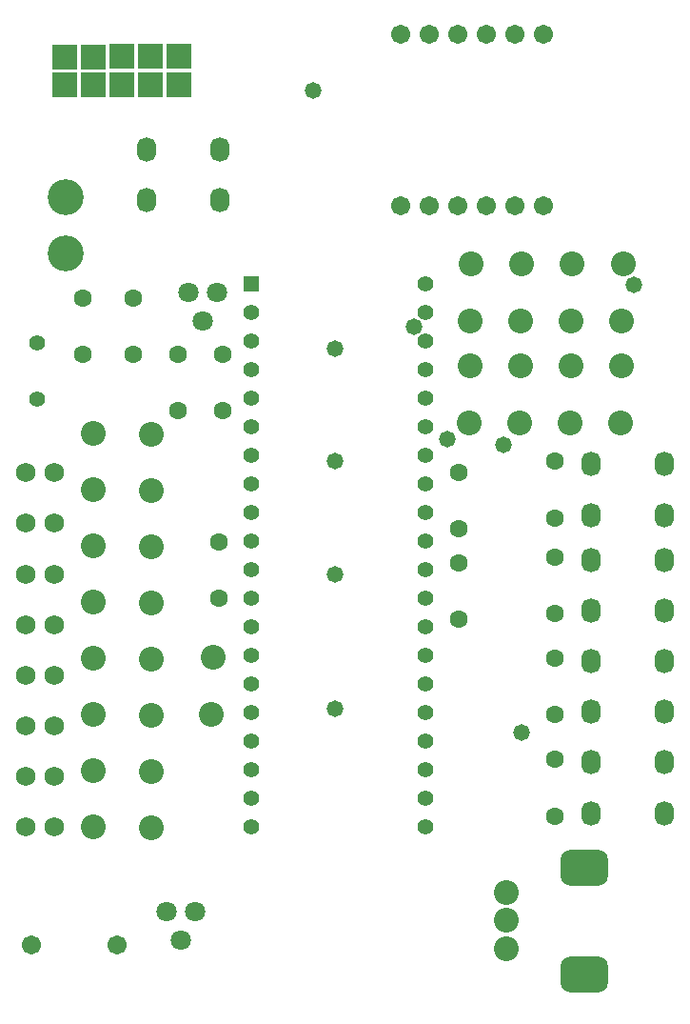
<source format=gbs>
G04*
G04 #@! TF.GenerationSoftware,Altium Limited,Altium Designer,19.1.6 (110)*
G04*
G04 Layer_Color=16711935*
%FSLAX44Y44*%
%MOMM*%
G71*
G01*
G75*
%ADD17C,1.8032*%
%ADD18C,1.4032*%
%ADD19R,1.4032X1.4032*%
%ADD20C,1.6032*%
%ADD21C,2.2032*%
%ADD22C,1.7272*%
G04:AMPARAMS|DCode=23|XSize=3.2032mm|YSize=4.2032mm|CornerRadius=0.8516mm|HoleSize=0mm|Usage=FLASHONLY|Rotation=90.000|XOffset=0mm|YOffset=0mm|HoleType=Round|Shape=RoundedRectangle|*
%AMROUNDEDRECTD23*
21,1,3.2032,2.5000,0,0,90.0*
21,1,1.5000,4.2032,0,0,90.0*
1,1,1.7032,1.2500,0.7500*
1,1,1.7032,1.2500,-0.7500*
1,1,1.7032,-1.2500,-0.7500*
1,1,1.7032,-1.2500,0.7500*
%
%ADD23ROUNDEDRECTD23*%
%ADD24C,1.7032*%
%ADD25C,3.2032*%
%ADD26R,2.2032X2.2032*%
%ADD27C,1.4732*%
%ADD41O,1.7032X2.2032*%
D17*
X432300Y994600D02*
D03*
X419600Y1020000D02*
D03*
X445000D02*
D03*
X425400Y470000D02*
D03*
X400000D02*
D03*
X412700Y444600D02*
D03*
D18*
X285000Y925200D02*
D03*
Y975000D02*
D03*
X630580Y1027800D02*
D03*
Y1002400D02*
D03*
Y977000D02*
D03*
Y951600D02*
D03*
Y926200D02*
D03*
Y900800D02*
D03*
Y875400D02*
D03*
Y850000D02*
D03*
Y824600D02*
D03*
Y799200D02*
D03*
Y773800D02*
D03*
Y748400D02*
D03*
Y723000D02*
D03*
Y697600D02*
D03*
Y672200D02*
D03*
Y646800D02*
D03*
Y621400D02*
D03*
Y596000D02*
D03*
Y570600D02*
D03*
Y545200D02*
D03*
X475000D02*
D03*
Y570600D02*
D03*
Y596000D02*
D03*
Y621400D02*
D03*
Y646800D02*
D03*
Y672200D02*
D03*
Y697600D02*
D03*
Y723000D02*
D03*
Y748400D02*
D03*
Y773800D02*
D03*
Y799200D02*
D03*
Y824600D02*
D03*
Y850000D02*
D03*
Y875400D02*
D03*
Y900800D02*
D03*
Y926200D02*
D03*
Y951600D02*
D03*
Y977000D02*
D03*
Y1002400D02*
D03*
D19*
Y1027800D02*
D03*
D20*
X745000Y695000D02*
D03*
Y645000D02*
D03*
X410000Y965000D02*
D03*
Y915001D02*
D03*
X450000Y965000D02*
D03*
Y915001D02*
D03*
X446270Y748730D02*
D03*
Y798730D02*
D03*
X745000Y555000D02*
D03*
Y605000D02*
D03*
X745000Y820000D02*
D03*
Y870000D02*
D03*
X745000Y735000D02*
D03*
Y785000D02*
D03*
X370000Y1015000D02*
D03*
Y965000D02*
D03*
X325000Y1015000D02*
D03*
Y965000D02*
D03*
X660000Y860000D02*
D03*
Y810000D02*
D03*
Y779622D02*
D03*
Y729622D02*
D03*
D21*
X804000Y904000D02*
D03*
X805000Y955000D02*
D03*
X759000Y904000D02*
D03*
X760000Y955000D02*
D03*
X714000Y904000D02*
D03*
X715000Y955000D02*
D03*
X669000Y904000D02*
D03*
X670000Y955000D02*
D03*
X335000Y545000D02*
D03*
X386000Y544000D02*
D03*
X441000Y696000D02*
D03*
X440000Y645000D02*
D03*
X806000Y1046000D02*
D03*
X805000Y995000D02*
D03*
X761000Y1046000D02*
D03*
X760000Y995000D02*
D03*
X386000Y594000D02*
D03*
X335000Y595000D02*
D03*
X386000Y644000D02*
D03*
X335000Y645000D02*
D03*
X386000Y694000D02*
D03*
X335000Y695000D02*
D03*
X386000Y744000D02*
D03*
X335000Y745000D02*
D03*
X386000Y794000D02*
D03*
X335000Y795000D02*
D03*
X386000Y844000D02*
D03*
X335000Y845000D02*
D03*
X386000Y894000D02*
D03*
X335000Y895000D02*
D03*
X716000Y1046000D02*
D03*
X715000Y995000D02*
D03*
X671000Y1046000D02*
D03*
X670000Y995000D02*
D03*
X702000Y462000D02*
D03*
Y487000D02*
D03*
Y437000D02*
D03*
D22*
X275000Y860000D02*
D03*
X300000D02*
D03*
X275000Y770000D02*
D03*
X300000D02*
D03*
X275000Y680000D02*
D03*
X300000D02*
D03*
X275000Y590000D02*
D03*
X300000D02*
D03*
X275000Y545000D02*
D03*
X300000D02*
D03*
X275000Y815000D02*
D03*
X300000D02*
D03*
X275000Y725000D02*
D03*
X300000D02*
D03*
X275000Y635000D02*
D03*
X300000D02*
D03*
D23*
X772000Y509000D02*
D03*
Y414000D02*
D03*
D24*
X280000Y440000D02*
D03*
X356000D02*
D03*
X608000Y1250000D02*
D03*
X633400D02*
D03*
X658800D02*
D03*
X684200D02*
D03*
X709600D02*
D03*
X735000D02*
D03*
Y1097600D02*
D03*
X709600D02*
D03*
X684200D02*
D03*
X658800D02*
D03*
X633400D02*
D03*
X608000D02*
D03*
D25*
X310000Y1055000D02*
D03*
Y1105000D02*
D03*
D26*
X309400Y1204600D02*
D03*
X334400D02*
D03*
X360000Y1205000D02*
D03*
X385400D02*
D03*
X410800D02*
D03*
X309400Y1229600D02*
D03*
X334400D02*
D03*
X360000Y1230000D02*
D03*
X385400D02*
D03*
X410800D02*
D03*
D27*
X650000Y890000D02*
D03*
X700000Y885000D02*
D03*
X620000Y990000D02*
D03*
X530000Y1200000D02*
D03*
X715821Y628988D02*
D03*
X550000Y650000D02*
D03*
Y770000D02*
D03*
Y870000D02*
D03*
Y970000D02*
D03*
X815340Y1026922D02*
D03*
D41*
X842500Y557500D02*
D03*
Y602500D02*
D03*
X777500Y557500D02*
D03*
Y602500D02*
D03*
X842500Y647500D02*
D03*
Y692500D02*
D03*
X777500Y647500D02*
D03*
Y692500D02*
D03*
X842500Y822500D02*
D03*
Y867500D02*
D03*
X777500Y822500D02*
D03*
Y867500D02*
D03*
X842500Y737500D02*
D03*
Y782500D02*
D03*
X777500Y737500D02*
D03*
Y782500D02*
D03*
X382500Y1147500D02*
D03*
Y1102500D02*
D03*
X447500Y1147500D02*
D03*
Y1102500D02*
D03*
M02*

</source>
